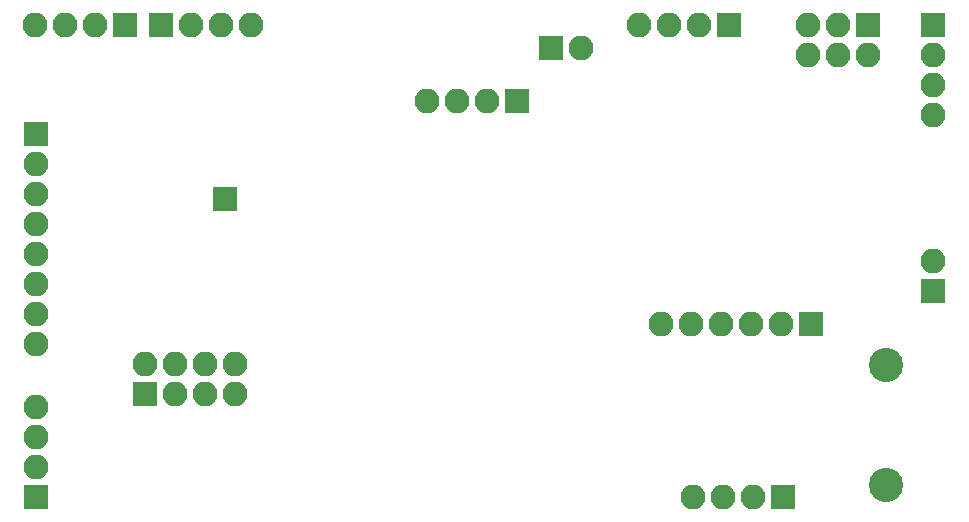
<source format=gbs>
G04 #@! TF.FileFunction,Soldermask,Bot*
%FSLAX46Y46*%
G04 Gerber Fmt 4.6, Leading zero omitted, Abs format (unit mm)*
G04 Created by KiCad (PCBNEW 4.0.6) date 09/01/17 10:43:57*
%MOMM*%
%LPD*%
G01*
G04 APERTURE LIST*
%ADD10C,0.100000*%
%ADD11R,2.100000X2.100000*%
%ADD12O,2.100000X2.100000*%
%ADD13C,2.899360*%
G04 APERTURE END LIST*
D10*
D11*
X112260000Y-114540000D03*
D12*
X112260000Y-112000000D03*
X114800000Y-114540000D03*
X114800000Y-112000000D03*
X117340000Y-114540000D03*
X117340000Y-112000000D03*
X119880000Y-114540000D03*
X119880000Y-112000000D03*
D11*
X119000000Y-98050000D03*
D13*
X175000000Y-112120000D03*
X175000000Y-122280000D03*
D11*
X179000000Y-105840000D03*
D12*
X179000000Y-103300000D03*
D11*
X173500000Y-83300000D03*
D12*
X173500000Y-85840000D03*
X170960000Y-83300000D03*
X170960000Y-85840000D03*
X168420000Y-83300000D03*
X168420000Y-85840000D03*
D11*
X168660000Y-108600000D03*
D12*
X166120000Y-108600000D03*
X163580000Y-108600000D03*
X161040000Y-108600000D03*
X158500000Y-108600000D03*
X155960000Y-108600000D03*
D11*
X103000000Y-92540000D03*
D12*
X103000000Y-95080000D03*
X103000000Y-97620000D03*
X103000000Y-100160000D03*
X103000000Y-102700000D03*
X103000000Y-105240000D03*
X103000000Y-107780000D03*
X103000000Y-110320000D03*
D11*
X110600000Y-83300000D03*
D12*
X108060000Y-83300000D03*
X105520000Y-83300000D03*
X102980000Y-83300000D03*
D11*
X161720000Y-83300000D03*
D12*
X159180000Y-83300000D03*
X156640000Y-83300000D03*
X154100000Y-83300000D03*
D11*
X143740000Y-89800000D03*
D12*
X141200000Y-89800000D03*
X138660000Y-89800000D03*
X136120000Y-89800000D03*
D11*
X146660000Y-85300000D03*
D12*
X149200000Y-85300000D03*
D11*
X113600000Y-83300000D03*
D12*
X116140000Y-83300000D03*
X118680000Y-83300000D03*
X121220000Y-83300000D03*
D11*
X103000000Y-123300000D03*
D12*
X103000000Y-120760000D03*
X103000000Y-118220000D03*
X103000000Y-115680000D03*
D11*
X166300000Y-123300000D03*
D12*
X163760000Y-123300000D03*
X161220000Y-123300000D03*
X158680000Y-123300000D03*
D11*
X179000000Y-83300000D03*
D12*
X179000000Y-85840000D03*
X179000000Y-88380000D03*
X179000000Y-90920000D03*
M02*

</source>
